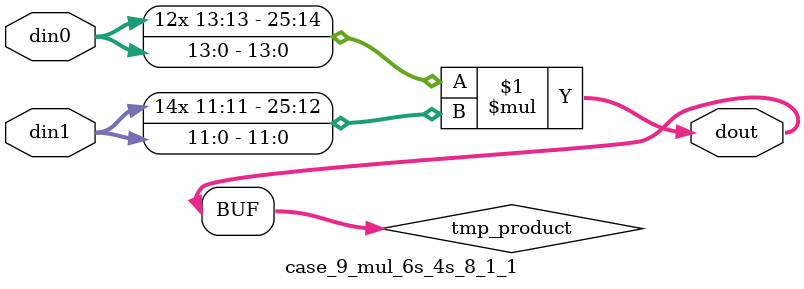
<source format=v>

`timescale 1 ns / 1 ps

 module case_9_mul_6s_4s_8_1_1(din0, din1, dout);
parameter ID = 1;
parameter NUM_STAGE = 0;
parameter din0_WIDTH = 14;
parameter din1_WIDTH = 12;
parameter dout_WIDTH = 26;

input [din0_WIDTH - 1 : 0] din0; 
input [din1_WIDTH - 1 : 0] din1; 
output [dout_WIDTH - 1 : 0] dout;

wire signed [dout_WIDTH - 1 : 0] tmp_product;



























assign tmp_product = $signed(din0) * $signed(din1);








assign dout = tmp_product;





















endmodule

</source>
